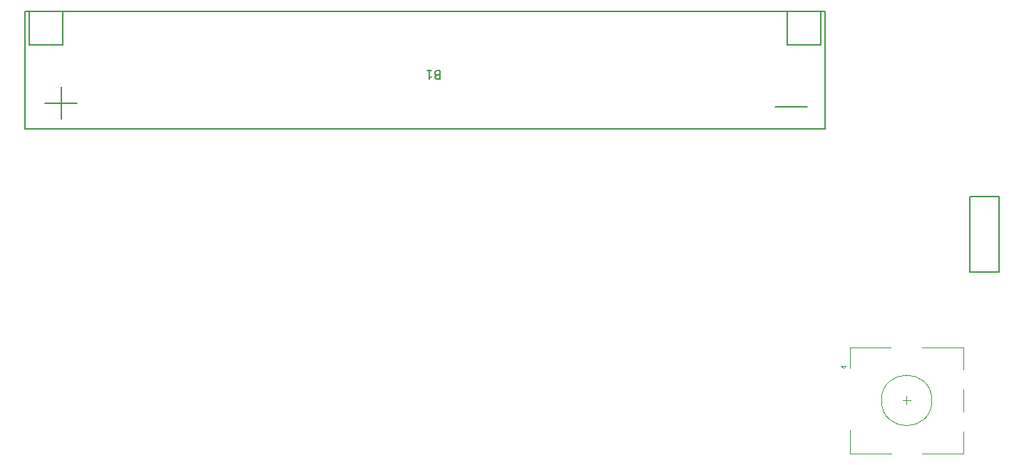
<source format=gbr>
%TF.GenerationSoftware,KiCad,Pcbnew,8.0.7*%
%TF.CreationDate,2025-02-28T21:35:55+09:00*%
%TF.ProjectId,cool642tb_L,636f6f6c-3634-4327-9462-5f4c2e6b6963,rev?*%
%TF.SameCoordinates,Original*%
%TF.FileFunction,Legend,Top*%
%TF.FilePolarity,Positive*%
%FSLAX46Y46*%
G04 Gerber Fmt 4.6, Leading zero omitted, Abs format (unit mm)*
G04 Created by KiCad (PCBNEW 8.0.7) date 2025-02-28 21:35:55*
%MOMM*%
%LPD*%
G01*
G04 APERTURE LIST*
%ADD10C,0.150000*%
%ADD11C,0.120000*%
G04 APERTURE END LIST*
D10*
X39624761Y19521009D02*
X39481904Y19568628D01*
X39481904Y19568628D02*
X39434285Y19616247D01*
X39434285Y19616247D02*
X39386666Y19711485D01*
X39386666Y19711485D02*
X39386666Y19854342D01*
X39386666Y19854342D02*
X39434285Y19949580D01*
X39434285Y19949580D02*
X39481904Y19997200D01*
X39481904Y19997200D02*
X39577142Y20044819D01*
X39577142Y20044819D02*
X39958094Y20044819D01*
X39958094Y20044819D02*
X39958094Y19044819D01*
X39958094Y19044819D02*
X39624761Y19044819D01*
X39624761Y19044819D02*
X39529523Y19092438D01*
X39529523Y19092438D02*
X39481904Y19140057D01*
X39481904Y19140057D02*
X39434285Y19235295D01*
X39434285Y19235295D02*
X39434285Y19330533D01*
X39434285Y19330533D02*
X39481904Y19425771D01*
X39481904Y19425771D02*
X39529523Y19473390D01*
X39529523Y19473390D02*
X39624761Y19521009D01*
X39624761Y19521009D02*
X39958094Y19521009D01*
X38434285Y20044819D02*
X39005713Y20044819D01*
X38719999Y20044819D02*
X38719999Y19044819D01*
X38719999Y19044819D02*
X38815237Y19187676D01*
X38815237Y19187676D02*
X38910475Y19282914D01*
X38910475Y19282914D02*
X39005713Y19330533D01*
X-3069160Y16195533D02*
X-6878684Y16195533D01*
X-4973922Y18100295D02*
X-4973922Y14290771D01*
X83600839Y15765533D02*
X79791316Y15765533D01*
%TO.C,B1*%
X-4780000Y23090000D02*
X-8780000Y23090000D01*
X-8780000Y27090000D01*
X-4780000Y27090000D01*
X-4780000Y23090000D01*
X85220000Y23090000D02*
X81220000Y23090000D01*
X81220000Y27090000D01*
X85220000Y27090000D01*
X85220000Y23090000D01*
X85720000Y13090000D02*
X-9280000Y13090000D01*
X-9280000Y27090000D01*
X85720000Y27090000D01*
X85720000Y13090000D01*
D11*
%TO.C,SW21*%
X87600000Y-15060000D02*
X88200000Y-15060000D01*
X87900000Y-15360000D02*
X87600000Y-15060000D01*
X88200000Y-15060000D02*
X87900000Y-15360000D01*
X88700000Y-12860000D02*
X88700000Y-15360000D01*
X88700000Y-25460000D02*
X88700000Y-22660000D01*
X93500000Y-12860000D02*
X88700000Y-12860000D01*
X93600000Y-25460000D02*
X88700000Y-25460000D01*
X94900000Y-19160000D02*
X95900000Y-19160000D01*
X95400000Y-18660000D02*
X95400000Y-19660000D01*
X97200000Y-12860000D02*
X102100000Y-12860000D01*
X102100000Y-12860000D02*
X102100000Y-15460000D01*
X102100000Y-17860000D02*
X102100000Y-20460000D01*
X102100000Y-22860000D02*
X102100000Y-25460000D01*
X102100000Y-25460000D02*
X97200000Y-25460000D01*
X98400000Y-19160000D02*
G75*
G02*
X92400000Y-19160000I-3000000J0D01*
G01*
X92400000Y-19160000D02*
G75*
G02*
X98400000Y-19160000I3000000J0D01*
G01*
D10*
%TO.C,SW24*%
X102890000Y5104000D02*
X106390000Y5104000D01*
X102890000Y-3896000D02*
X102890000Y5104000D01*
X106390000Y5104000D02*
X106390000Y-3896000D01*
X106390000Y-3896000D02*
X102890000Y-3896000D01*
%TD*%
M02*

</source>
